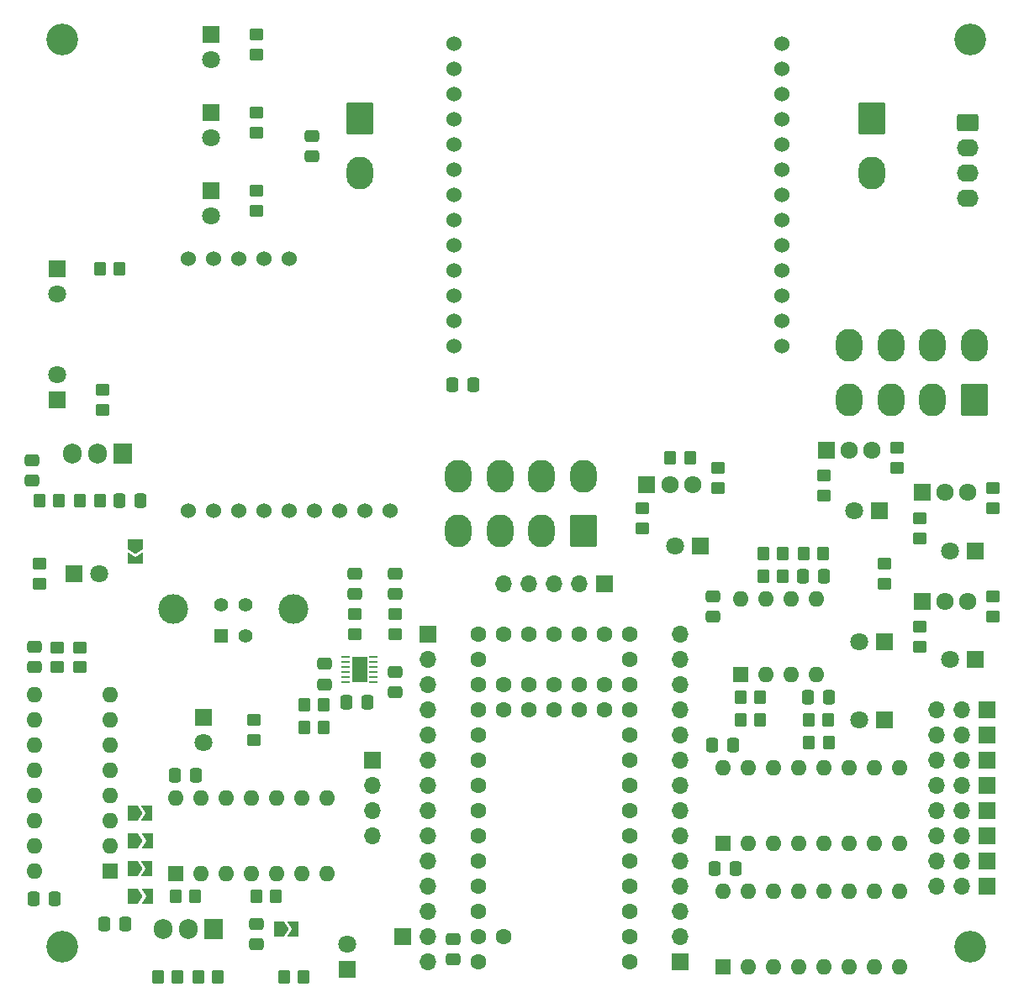
<source format=gts>
%TF.GenerationSoftware,KiCad,Pcbnew,6.0.10-86aedd382b~118~ubuntu20.04.1*%
%TF.CreationDate,2022-12-27T17:01:33-05:00*%
%TF.ProjectId,AMP_PCBv2,414d505f-5043-4427-9632-2e6b69636164,A*%
%TF.SameCoordinates,Original*%
%TF.FileFunction,Soldermask,Top*%
%TF.FilePolarity,Negative*%
%FSLAX46Y46*%
G04 Gerber Fmt 4.6, Leading zero omitted, Abs format (unit mm)*
G04 Created by KiCad (PCBNEW 6.0.10-86aedd382b~118~ubuntu20.04.1) date 2022-12-27 17:01:33*
%MOMM*%
%LPD*%
G01*
G04 APERTURE LIST*
G04 Aperture macros list*
%AMRoundRect*
0 Rectangle with rounded corners*
0 $1 Rounding radius*
0 $2 $3 $4 $5 $6 $7 $8 $9 X,Y pos of 4 corners*
0 Add a 4 corners polygon primitive as box body*
4,1,4,$2,$3,$4,$5,$6,$7,$8,$9,$2,$3,0*
0 Add four circle primitives for the rounded corners*
1,1,$1+$1,$2,$3*
1,1,$1+$1,$4,$5*
1,1,$1+$1,$6,$7*
1,1,$1+$1,$8,$9*
0 Add four rect primitives between the rounded corners*
20,1,$1+$1,$2,$3,$4,$5,0*
20,1,$1+$1,$4,$5,$6,$7,0*
20,1,$1+$1,$6,$7,$8,$9,0*
20,1,$1+$1,$8,$9,$2,$3,0*%
%AMFreePoly0*
4,1,6,1.000000,0.000000,0.500000,-0.750000,-0.500000,-0.750000,-0.500000,0.750000,0.500000,0.750000,1.000000,0.000000,1.000000,0.000000,$1*%
%AMFreePoly1*
4,1,6,0.500000,-0.750000,-0.650000,-0.750000,-0.150000,0.000000,-0.650000,0.750000,0.500000,0.750000,0.500000,-0.750000,0.500000,-0.750000,$1*%
G04 Aperture macros list end*
%ADD10RoundRect,0.250000X0.475000X-0.337500X0.475000X0.337500X-0.475000X0.337500X-0.475000X-0.337500X0*%
%ADD11RoundRect,0.062500X-0.362500X-0.062500X0.362500X-0.062500X0.362500X0.062500X-0.362500X0.062500X0*%
%ADD12R,1.600000X2.500000*%
%ADD13R,1.600000X1.600000*%
%ADD14O,1.600000X1.600000*%
%ADD15RoundRect,0.250000X0.450000X-0.350000X0.450000X0.350000X-0.450000X0.350000X-0.450000X-0.350000X0*%
%ADD16R,1.700000X1.700000*%
%ADD17O,1.700000X1.700000*%
%ADD18RoundRect,0.250000X0.337500X0.475000X-0.337500X0.475000X-0.337500X-0.475000X0.337500X-0.475000X0*%
%ADD19RoundRect,0.250000X0.350000X0.450000X-0.350000X0.450000X-0.350000X-0.450000X0.350000X-0.450000X0*%
%ADD20C,1.524000*%
%ADD21RoundRect,0.250000X-0.350000X-0.450000X0.350000X-0.450000X0.350000X0.450000X-0.350000X0.450000X0*%
%ADD22RoundRect,0.250000X-0.337500X-0.475000X0.337500X-0.475000X0.337500X0.475000X-0.337500X0.475000X0*%
%ADD23R,1.717500X1.800000*%
%ADD24O,1.717500X1.800000*%
%ADD25C,3.200000*%
%ADD26RoundRect,0.250001X-1.099999X-1.399999X1.099999X-1.399999X1.099999X1.399999X-1.099999X1.399999X0*%
%ADD27O,2.700000X3.300000*%
%ADD28R,1.800000X1.800000*%
%ADD29C,1.800000*%
%ADD30RoundRect,0.250000X-0.450000X0.350000X-0.450000X-0.350000X0.450000X-0.350000X0.450000X0.350000X0*%
%ADD31FreePoly0,0.000000*%
%ADD32FreePoly1,0.000000*%
%ADD33RoundRect,0.250000X-0.475000X0.337500X-0.475000X-0.337500X0.475000X-0.337500X0.475000X0.337500X0*%
%ADD34RoundRect,0.250001X1.099999X1.399999X-1.099999X1.399999X-1.099999X-1.399999X1.099999X-1.399999X0*%
%ADD35R,1.905000X2.000000*%
%ADD36O,1.905000X2.000000*%
%ADD37FreePoly0,270.000000*%
%ADD38FreePoly1,270.000000*%
%ADD39C,1.600000*%
%ADD40RoundRect,0.250000X-0.845000X0.620000X-0.845000X-0.620000X0.845000X-0.620000X0.845000X0.620000X0*%
%ADD41O,2.190000X1.740000*%
%ADD42R,1.400000X1.400000*%
%ADD43C,1.400000*%
%ADD44C,3.000000*%
G04 APERTURE END LIST*
D10*
%TO.C,C1*%
X121158000Y-107717500D03*
X121158000Y-105642500D03*
%TD*%
D11*
%TO.C,U2*%
X120241000Y-114066000D03*
X120241000Y-114566000D03*
X120241000Y-115066000D03*
X120241000Y-115566000D03*
X120241000Y-116066000D03*
X120241000Y-116566000D03*
X123091000Y-116566000D03*
X123091000Y-116066000D03*
X123091000Y-115566000D03*
X123091000Y-115066000D03*
X123091000Y-114566000D03*
X123091000Y-114066000D03*
D12*
X121666000Y-115316000D03*
%TD*%
D13*
%TO.C,U9*%
X160030000Y-115814000D03*
D14*
X162570000Y-115814000D03*
X165110000Y-115814000D03*
X167650000Y-115814000D03*
X167650000Y-108194000D03*
X165110000Y-108194000D03*
X162570000Y-108194000D03*
X160030000Y-108194000D03*
%TD*%
D15*
%TO.C,R13*%
X178054000Y-113014000D03*
X178054000Y-111014000D03*
%TD*%
D16*
%TO.C,JT2*%
X146299000Y-106680000D03*
D17*
X143759000Y-106680000D03*
X141219000Y-106680000D03*
X138679000Y-106680000D03*
X136139000Y-106680000D03*
%TD*%
D18*
%TO.C,C9*%
X98065500Y-140970000D03*
X95990500Y-140970000D03*
%TD*%
D19*
%TO.C,R25*%
X168386000Y-103632000D03*
X166386000Y-103632000D03*
%TD*%
D15*
%TO.C,R28*%
X157729000Y-97012000D03*
X157729000Y-95012000D03*
%TD*%
D20*
%TO.C,J6*%
X164179000Y-82709000D03*
X164179000Y-80169000D03*
X164179000Y-77629000D03*
X164179000Y-75089000D03*
X164179000Y-72549000D03*
X164179000Y-70009000D03*
X164179000Y-67469000D03*
X164179000Y-64929000D03*
X164179000Y-62389000D03*
X164179000Y-59849000D03*
X164179000Y-57309000D03*
X164179000Y-54769000D03*
X164179000Y-52229000D03*
X131159000Y-52229000D03*
X131159000Y-54769000D03*
X131159000Y-57309000D03*
X131159000Y-59849000D03*
X131159000Y-62389000D03*
X131159000Y-64929000D03*
X131159000Y-67469000D03*
X131159000Y-70009000D03*
X131159000Y-72549000D03*
X131159000Y-75089000D03*
X131159000Y-77629000D03*
X131159000Y-80169000D03*
X131159000Y-82709000D03*
%TD*%
D16*
%TO.C,JP8*%
X184897000Y-124460000D03*
D17*
X182357000Y-124460000D03*
X179817000Y-124460000D03*
%TD*%
D21*
%TO.C,R30*%
X152935000Y-93980000D03*
X154935000Y-93980000D03*
%TD*%
D15*
%TO.C,R11*%
X89408000Y-106648000D03*
X89408000Y-104648000D03*
%TD*%
D16*
%TO.C,JP4*%
X184897000Y-134620000D03*
D17*
X182357000Y-134620000D03*
X179817000Y-134620000D03*
%TD*%
D21*
%TO.C,R5*%
X101346000Y-146304000D03*
X103346000Y-146304000D03*
%TD*%
D22*
%TO.C,C12*%
X97514500Y-98298000D03*
X99589500Y-98298000D03*
%TD*%
D23*
%TO.C,Q2*%
X178304000Y-97402000D03*
D24*
X180594000Y-97402000D03*
X182884000Y-97402000D03*
%TD*%
D21*
%TO.C,R33*%
X103135000Y-138166000D03*
X105135000Y-138166000D03*
%TD*%
D20*
%TO.C,U10*%
X104394000Y-99314000D03*
X106934000Y-99314000D03*
X109474000Y-99314000D03*
X112014000Y-99314000D03*
X114554000Y-99314000D03*
X117094000Y-99314000D03*
X119634000Y-99314000D03*
X122174000Y-99314000D03*
X124714000Y-99314000D03*
X104394000Y-73914000D03*
X106934000Y-73914000D03*
X109474000Y-73914000D03*
X112014000Y-73914000D03*
X114554000Y-73914000D03*
%TD*%
D16*
%TO.C,JT1*%
X153924000Y-144770000D03*
D17*
X153924000Y-142230000D03*
X153924000Y-139690000D03*
X153924000Y-137150000D03*
X153924000Y-134610000D03*
X153924000Y-132070000D03*
X153924000Y-129530000D03*
X153924000Y-126990000D03*
X153924000Y-124450000D03*
X153924000Y-121910000D03*
X153924000Y-119370000D03*
X153924000Y-116830000D03*
X153924000Y-114290000D03*
X153924000Y-111750000D03*
%TD*%
D16*
%TO.C,JP5*%
X184897000Y-132080000D03*
D17*
X182357000Y-132080000D03*
X179817000Y-132080000D03*
%TD*%
D25*
%TO.C,H4*%
X91694000Y-51816000D03*
%TD*%
D16*
%TO.C,JP10*%
X184897000Y-119380000D03*
D17*
X182357000Y-119380000D03*
X179817000Y-119380000D03*
%TD*%
D19*
%TO.C,R27*%
X164322000Y-105918000D03*
X162322000Y-105918000D03*
%TD*%
D26*
%TO.C,J2*%
X173228000Y-59742000D03*
D27*
X173228000Y-65242000D03*
%TD*%
D28*
%TO.C,D11*%
X106680000Y-59187000D03*
D29*
X106680000Y-61727000D03*
%TD*%
D30*
%TO.C,R36*%
X111252000Y-51329000D03*
X111252000Y-53329000D03*
%TD*%
D25*
%TO.C,H1*%
X91694000Y-143256000D03*
%TD*%
D10*
%TO.C,C2*%
X125222000Y-107696000D03*
X125222000Y-105621000D03*
%TD*%
D22*
%TO.C,C7*%
X166348500Y-105918000D03*
X168423500Y-105918000D03*
%TD*%
%TO.C,C14*%
X157473500Y-135382000D03*
X159548500Y-135382000D03*
%TD*%
D31*
%TO.C,JP12*%
X98843000Y-135382000D03*
D32*
X100293000Y-135382000D03*
%TD*%
D22*
%TO.C,C17*%
X88878500Y-138430000D03*
X90953500Y-138430000D03*
%TD*%
D19*
%TO.C,R34*%
X113263000Y-138166000D03*
X111263000Y-138166000D03*
%TD*%
D23*
%TO.C,Q3*%
X168652000Y-93218000D03*
D24*
X170942000Y-93218000D03*
X173232000Y-93218000D03*
%TD*%
D33*
%TO.C,C16*%
X157236000Y-107918500D03*
X157236000Y-109993500D03*
%TD*%
D28*
%TO.C,D10*%
X106680000Y-67056000D03*
D29*
X106680000Y-69596000D03*
%TD*%
D16*
%TO.C,JT4*%
X125984000Y-142240000D03*
%TD*%
D34*
%TO.C,J4*%
X144222000Y-101294000D03*
D27*
X140022000Y-101294000D03*
X135822000Y-101294000D03*
X131622000Y-101294000D03*
X144222000Y-95794000D03*
X140022000Y-95794000D03*
X135822000Y-95794000D03*
X131622000Y-95794000D03*
%TD*%
D30*
%TO.C,R31*%
X91186000Y-113067500D03*
X91186000Y-115067500D03*
%TD*%
D16*
%TO.C,JP7*%
X184897000Y-127000000D03*
D17*
X182357000Y-127000000D03*
X179817000Y-127000000D03*
%TD*%
D19*
%TO.C,R26*%
X164322000Y-103632000D03*
X162322000Y-103632000D03*
%TD*%
D28*
%TO.C,D13*%
X105918000Y-120142000D03*
D29*
X105918000Y-122682000D03*
%TD*%
D31*
%TO.C,JP1*%
X113575000Y-141478000D03*
D32*
X115025000Y-141478000D03*
%TD*%
D22*
%TO.C,C20*%
X131042500Y-86614000D03*
X133117500Y-86614000D03*
%TD*%
D35*
%TO.C,U3*%
X106934000Y-141478000D03*
D36*
X104394000Y-141478000D03*
X101854000Y-141478000D03*
%TD*%
D28*
%TO.C,D3*%
X92884000Y-105664000D03*
D29*
X95424000Y-105664000D03*
%TD*%
D13*
%TO.C,U8*%
X103119000Y-135880000D03*
D14*
X105659000Y-135880000D03*
X108199000Y-135880000D03*
X110739000Y-135880000D03*
X113279000Y-135880000D03*
X115819000Y-135880000D03*
X118359000Y-135880000D03*
X118359000Y-128260000D03*
X115819000Y-128260000D03*
X113279000Y-128260000D03*
X110739000Y-128260000D03*
X108199000Y-128260000D03*
X105659000Y-128260000D03*
X103119000Y-128260000D03*
%TD*%
D22*
%TO.C,C18*%
X103102500Y-125984000D03*
X105177500Y-125984000D03*
%TD*%
D16*
%TO.C,J5*%
X122936000Y-124460000D03*
D17*
X122936000Y-127000000D03*
X122936000Y-129540000D03*
X122936000Y-132080000D03*
%TD*%
D16*
%TO.C,JP6*%
X184897000Y-129540000D03*
D17*
X182357000Y-129540000D03*
X179817000Y-129540000D03*
%TD*%
D28*
%TO.C,D4*%
X183642000Y-114300000D03*
D29*
X181102000Y-114300000D03*
%TD*%
D19*
%TO.C,R19*%
X162036000Y-118110000D03*
X160036000Y-118110000D03*
%TD*%
D13*
%TO.C,U6*%
X158257000Y-132832000D03*
D14*
X160797000Y-132832000D03*
X163337000Y-132832000D03*
X165877000Y-132832000D03*
X168417000Y-132832000D03*
X170957000Y-132832000D03*
X173497000Y-132832000D03*
X176037000Y-132832000D03*
X176037000Y-125212000D03*
X173497000Y-125212000D03*
X170957000Y-125212000D03*
X168417000Y-125212000D03*
X165877000Y-125212000D03*
X163337000Y-125212000D03*
X160797000Y-125212000D03*
X158257000Y-125212000D03*
%TD*%
D33*
%TO.C,C10*%
X111252000Y-140948500D03*
X111252000Y-143023500D03*
%TD*%
D16*
%TO.C,JP9*%
X184897000Y-121920000D03*
D17*
X182357000Y-121920000D03*
X179817000Y-121920000D03*
%TD*%
D28*
%TO.C,D6*%
X173995000Y-99314000D03*
D29*
X171455000Y-99314000D03*
%TD*%
D37*
%TO.C,JP2*%
X99060000Y-102690000D03*
D38*
X99060000Y-104140000D03*
%TD*%
D13*
%TO.C,U5*%
X158257000Y-145278000D03*
D14*
X160797000Y-145278000D03*
X163337000Y-145278000D03*
X165877000Y-145278000D03*
X168417000Y-145278000D03*
X170957000Y-145278000D03*
X173497000Y-145278000D03*
X176037000Y-145278000D03*
X176037000Y-137658000D03*
X173497000Y-137658000D03*
X170957000Y-137658000D03*
X168417000Y-137658000D03*
X165877000Y-137658000D03*
X163337000Y-137658000D03*
X160797000Y-137658000D03*
X158257000Y-137658000D03*
%TD*%
D19*
%TO.C,R6*%
X95504000Y-98298000D03*
X93504000Y-98298000D03*
%TD*%
D28*
%TO.C,D7*%
X155956000Y-102870000D03*
D29*
X153416000Y-102870000D03*
%TD*%
D19*
%TO.C,R3*%
X107426000Y-146304000D03*
X105426000Y-146304000D03*
%TD*%
%TO.C,R15*%
X168899000Y-120396000D03*
X166899000Y-120396000D03*
%TD*%
D39*
%TO.C,U1*%
X148844000Y-144780000D03*
X148844000Y-142240000D03*
X148844000Y-139700000D03*
X148844000Y-137160000D03*
X148844000Y-134620000D03*
X148844000Y-132080000D03*
X148844000Y-129540000D03*
X148844000Y-127000000D03*
X148844000Y-124460000D03*
X148844000Y-121920000D03*
X148844000Y-119380000D03*
X148844000Y-116840000D03*
X148844000Y-114300000D03*
X148844000Y-111760000D03*
X146304000Y-111760000D03*
X143764000Y-111760000D03*
X141224000Y-111760000D03*
X138684000Y-111760000D03*
X136144000Y-111760000D03*
X133604000Y-111760000D03*
X133604000Y-114300000D03*
X133604000Y-116840000D03*
X133604000Y-119380000D03*
X133604000Y-121920000D03*
X133604000Y-124460000D03*
X133604000Y-127000000D03*
X133604000Y-129540000D03*
X133604000Y-132080000D03*
X133604000Y-134620000D03*
X133604000Y-137160000D03*
X133604000Y-139700000D03*
X133604000Y-142240000D03*
X133604000Y-144780000D03*
X136144000Y-142240000D03*
X136144000Y-116840000D03*
X136144000Y-119380000D03*
X138684000Y-116840000D03*
X138684000Y-119380000D03*
X141224000Y-116840000D03*
X141224000Y-119380000D03*
X143764000Y-116840000D03*
X143764000Y-119380000D03*
X146304000Y-116840000D03*
X146304000Y-119380000D03*
%TD*%
D22*
%TO.C,C15*%
X157204500Y-122936000D03*
X159279500Y-122936000D03*
%TD*%
D15*
%TO.C,R29*%
X150114000Y-101076000D03*
X150114000Y-99076000D03*
%TD*%
D10*
%TO.C,C13*%
X131064000Y-144547500D03*
X131064000Y-142472500D03*
%TD*%
D30*
%TO.C,R2*%
X121158000Y-109744000D03*
X121158000Y-111744000D03*
%TD*%
D23*
%TO.C,Q1*%
X178304000Y-108458000D03*
D24*
X180594000Y-108458000D03*
X182884000Y-108458000D03*
%TD*%
D15*
%TO.C,R18*%
X178054000Y-102092000D03*
X178054000Y-100092000D03*
%TD*%
D33*
%TO.C,C5*%
X125222000Y-115548500D03*
X125222000Y-117623500D03*
%TD*%
%TO.C,C8*%
X88900000Y-113008500D03*
X88900000Y-115083500D03*
%TD*%
%TO.C,C4*%
X118110000Y-114719000D03*
X118110000Y-116794000D03*
%TD*%
D26*
%TO.C,J1*%
X121666000Y-59742000D03*
D27*
X121666000Y-65242000D03*
%TD*%
D22*
%TO.C,C3*%
X120374500Y-118618000D03*
X122449500Y-118618000D03*
%TD*%
D13*
%TO.C,U7*%
X96541500Y-135621000D03*
D14*
X96541500Y-133081000D03*
X96541500Y-130541000D03*
X96541500Y-128001000D03*
X96541500Y-125461000D03*
X96541500Y-122921000D03*
X96541500Y-120381000D03*
X96541500Y-117841000D03*
X88921500Y-117841000D03*
X88921500Y-120381000D03*
X88921500Y-122921000D03*
X88921500Y-125461000D03*
X88921500Y-128001000D03*
X88921500Y-130541000D03*
X88921500Y-133081000D03*
X88921500Y-135621000D03*
%TD*%
D16*
%TO.C,JT3*%
X128524000Y-111760000D03*
D17*
X128524000Y-114300000D03*
X128524000Y-116840000D03*
X128524000Y-119380000D03*
X128524000Y-121920000D03*
X128524000Y-124460000D03*
X128524000Y-127000000D03*
X128524000Y-129540000D03*
X128524000Y-132080000D03*
X128524000Y-134620000D03*
X128524000Y-137160000D03*
X128524000Y-139700000D03*
X128524000Y-142240000D03*
X128524000Y-144780000D03*
%TD*%
D30*
%TO.C,R7*%
X125222000Y-109744000D03*
X125222000Y-111744000D03*
%TD*%
D15*
%TO.C,R17*%
X185420000Y-99044000D03*
X185420000Y-97044000D03*
%TD*%
D28*
%TO.C,D14*%
X91186000Y-74925000D03*
D29*
X91186000Y-77465000D03*
%TD*%
D21*
%TO.C,R4*%
X89408000Y-98298000D03*
X91408000Y-98298000D03*
%TD*%
D15*
%TO.C,R23*%
X168402000Y-97774000D03*
X168402000Y-95774000D03*
%TD*%
D28*
%TO.C,D8*%
X174503000Y-120396000D03*
D29*
X171963000Y-120396000D03*
%TD*%
D40*
%TO.C,JX1*%
X182880000Y-60198000D03*
D41*
X182880000Y-62738000D03*
X182880000Y-65278000D03*
X182880000Y-67818000D03*
%TD*%
D30*
%TO.C,R38*%
X111252000Y-67072000D03*
X111252000Y-69072000D03*
%TD*%
D15*
%TO.C,R12*%
X185420000Y-109966000D03*
X185420000Y-107966000D03*
%TD*%
D33*
%TO.C,C11*%
X88646000Y-94212500D03*
X88646000Y-96287500D03*
%TD*%
D28*
%TO.C,D5*%
X183682000Y-103378000D03*
D29*
X181142000Y-103378000D03*
%TD*%
D31*
%TO.C,JP13*%
X98880000Y-132588000D03*
D32*
X100330000Y-132588000D03*
%TD*%
D28*
%TO.C,D2*%
X120396000Y-145562000D03*
D29*
X120396000Y-143022000D03*
%TD*%
D31*
%TO.C,JP11*%
X98880000Y-138176000D03*
D32*
X100330000Y-138176000D03*
%TD*%
D15*
%TO.C,R1*%
X95758000Y-89122000D03*
X95758000Y-87122000D03*
%TD*%
D30*
%TO.C,R35*%
X110998000Y-120412000D03*
X110998000Y-122412000D03*
%TD*%
D35*
%TO.C,U4*%
X97790000Y-93543000D03*
D36*
X95250000Y-93543000D03*
X92710000Y-93543000D03*
%TD*%
D15*
%TO.C,R22*%
X175768000Y-94964000D03*
X175768000Y-92964000D03*
%TD*%
D30*
%TO.C,R32*%
X93472000Y-113067500D03*
X93472000Y-115067500D03*
%TD*%
D28*
%TO.C,D1*%
X91186000Y-88138000D03*
D29*
X91186000Y-85598000D03*
%TD*%
D28*
%TO.C,D9*%
X174503000Y-112522000D03*
D29*
X171963000Y-112522000D03*
%TD*%
D19*
%TO.C,R10*%
X116062000Y-146304000D03*
X114062000Y-146304000D03*
%TD*%
D34*
%TO.C,J3*%
X183592000Y-88086000D03*
D27*
X179392000Y-88086000D03*
X175192000Y-88086000D03*
X170992000Y-88086000D03*
X183592000Y-82586000D03*
X179392000Y-82586000D03*
X175192000Y-82586000D03*
X170992000Y-82586000D03*
%TD*%
D16*
%TO.C,JP3*%
X184897000Y-137160000D03*
D17*
X182357000Y-137160000D03*
X179817000Y-137160000D03*
%TD*%
D25*
%TO.C,H2*%
X183134000Y-143256000D03*
%TD*%
D28*
%TO.C,D12*%
X106680000Y-51313000D03*
D29*
X106680000Y-53853000D03*
%TD*%
D23*
%TO.C,Q4*%
X150613000Y-96640000D03*
D24*
X152903000Y-96640000D03*
X155193000Y-96640000D03*
%TD*%
D19*
%TO.C,R14*%
X168915000Y-122682000D03*
X166915000Y-122682000D03*
%TD*%
D22*
%TO.C,C6*%
X166861500Y-118110000D03*
X168936500Y-118110000D03*
%TD*%
D19*
%TO.C,R16*%
X162036000Y-120396000D03*
X160036000Y-120396000D03*
%TD*%
D25*
%TO.C,H3*%
X183134000Y-51816000D03*
%TD*%
D10*
%TO.C,C19*%
X116840000Y-63595000D03*
X116840000Y-61520000D03*
%TD*%
D42*
%TO.C,USB1*%
X107716000Y-111956500D03*
D43*
X110216000Y-111956500D03*
X110216000Y-108756500D03*
X107716000Y-108756500D03*
D44*
X102946000Y-109246500D03*
X114986000Y-109246500D03*
%TD*%
D21*
%TO.C,R8*%
X116094000Y-118872000D03*
X118094000Y-118872000D03*
%TD*%
D19*
%TO.C,R9*%
X118094000Y-121158000D03*
X116094000Y-121158000D03*
%TD*%
D21*
%TO.C,R20*%
X95520000Y-74930000D03*
X97520000Y-74930000D03*
%TD*%
D15*
%TO.C,R24*%
X174498000Y-106648000D03*
X174498000Y-104648000D03*
%TD*%
D30*
%TO.C,R37*%
X111252000Y-59203000D03*
X111252000Y-61203000D03*
%TD*%
D31*
%TO.C,JP14*%
X98843000Y-129794000D03*
D32*
X100293000Y-129794000D03*
%TD*%
M02*

</source>
